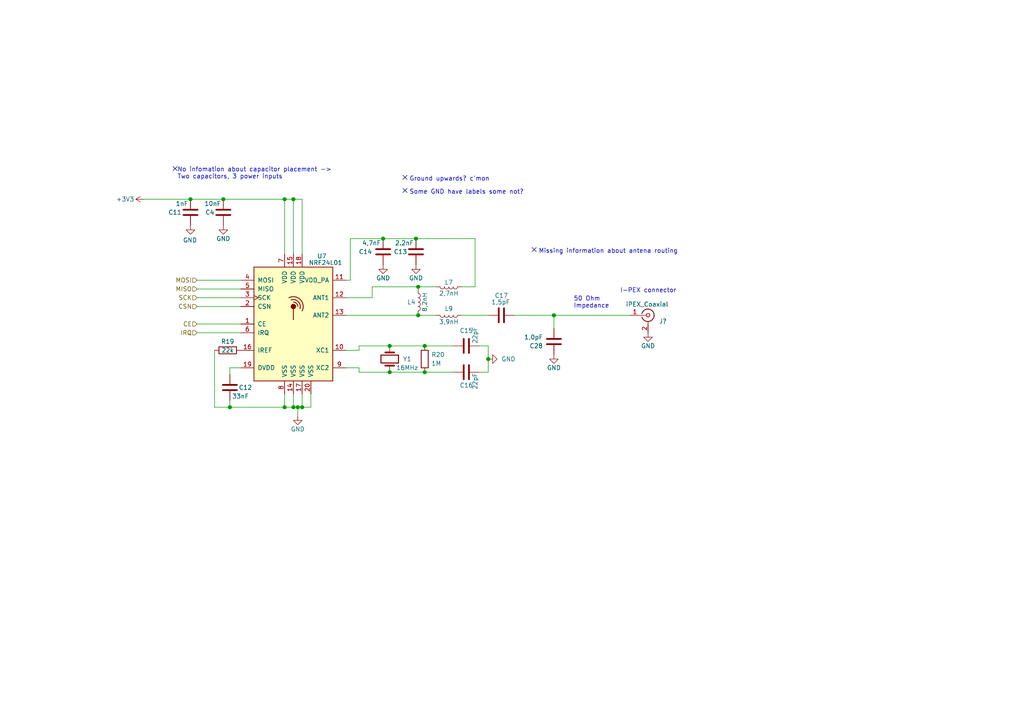
<source format=kicad_sch>
(kicad_sch (version 20210621) (generator eeschema)
  (paper "A4")
  (lib_symbols
    (symbol "Connector:Conn_Coaxial" (pin_names (offset 1.016) hide)
      (property "Reference" "J" (at 0.254 3.048 0))
      (property "Value" "Conn_Coaxial" (at 2.921 0 90))
      (symbol "Conn_Coaxial_0_1"
        (arc (start -1.778 0.508) (end 1.778 0) (radius (at -0.0508 0) (length 1.8034) (angles 163.6 0)) (stroke (width 0.254)))
        (arc (start 1.778 0) (end -1.778 -0.508) (radius (at -0.0254 0) (length 1.8034) (angles 0 -163.8)) (stroke (width 0.254)))
        (circle (center 0 0) (radius 0.508) (stroke (width 0.2032)))
        (polyline (pts (xy -2.54 0) (xy -0.508 0)))
        (polyline (pts (xy 0 -2.54) (xy 0 -1.778)))
      )
      (symbol "Conn_Coaxial_1_1"
        (pin passive line (at -5.08 0 0) (length 2.54) (name "In") (number "1"))
        (pin passive line (at 0 -5.08 90) (length 2.54) (name "Ext") (number "2"))
      )
    )
    (symbol "Device:C" (pin_numbers hide) (pin_names (offset 0.254))
      (property "Reference" "C" (at 0.635 2.54 0))
      (property "Value" "C" (at 0.635 -2.54 0))
      (symbol "C_0_1"
        (polyline (pts (xy -2.032 -0.762) (xy 2.032 -0.762)) (stroke (width 0.508)))
        (polyline (pts (xy -2.032 0.762) (xy 2.032 0.762)) (stroke (width 0.508)))
      )
      (symbol "C_1_1"
        (pin passive line (at 0 3.81 270) (length 2.794) (name "~") (number "1"))
        (pin passive line (at 0 -3.81 90) (length 2.794) (name "~") (number "2"))
      )
    )
    (symbol "Device:Crystal" (pin_numbers hide) (pin_names (offset 1.016) hide)
      (property "Reference" "Y" (at 0 3.81 0))
      (property "Value" "Crystal" (at 0 -3.81 0))
      (symbol "Crystal_0_1"
        (rectangle (start -1.143 2.54) (end 1.143 -2.54) (stroke (width 0.3048)))
        (polyline (pts (xy -2.54 0) (xy -1.905 0)))
        (polyline (pts (xy -1.905 -1.27) (xy -1.905 1.27)) (stroke (width 0.508)))
        (polyline (pts (xy 1.905 -1.27) (xy 1.905 1.27)) (stroke (width 0.508)))
        (polyline (pts (xy 2.54 0) (xy 1.905 0)))
      )
      (symbol "Crystal_1_1"
        (pin passive line (at -3.81 0 0) (length 1.27) (name "1") (number "1"))
        (pin passive line (at 3.81 0 180) (length 1.27) (name "2") (number "2"))
      )
    )
    (symbol "Device:L" (pin_numbers hide) (pin_names (offset 1.016) hide)
      (property "Reference" "L" (at -1.27 0 90))
      (property "Value" "L" (at 1.905 0 90))
      (symbol "L_0_1"
        (arc (start 0 -2.54) (end 0 -1.27) (radius (at 0 -1.905) (length 0.635) (angles -89.9 89.9)))
        (arc (start 0 -1.27) (end 0 0) (radius (at 0 -0.635) (length 0.635) (angles -89.9 89.9)))
        (arc (start 0 0) (end 0 1.27) (radius (at 0 0.635) (length 0.635) (angles -89.9 89.9)))
        (arc (start 0 1.27) (end 0 2.54) (radius (at 0 1.905) (length 0.635) (angles -89.9 89.9)))
      )
      (symbol "L_1_1"
        (pin passive line (at 0 3.81 270) (length 1.27) (name "1") (number "1"))
        (pin passive line (at 0 -3.81 90) (length 1.27) (name "2") (number "2"))
      )
    )
    (symbol "Device:R" (pin_numbers hide) (pin_names (offset 0))
      (property "Reference" "R" (at 2.032 0 90))
      (property "Value" "R" (at 0 0 90))
      (symbol "R_0_1"
        (rectangle (start -1.016 -2.54) (end 1.016 2.54) (stroke (width 0.254)))
      )
      (symbol "R_1_1"
        (pin passive line (at 0 3.81 270) (length 1.27) (name "~") (number "1"))
        (pin passive line (at 0 -3.81 90) (length 1.27) (name "~") (number "2"))
      )
    )
    (symbol "RF:NRF24L01" (pin_names (offset 1.016))
      (property "Reference" "U" (at -11.43 17.78 0))
      (property "Value" "NRF24L01" (at 5.08 17.78 0))
      (symbol "NRF24L01_0_1"
        (arc (start -1.27 7.62) (end 2.54 3.81) (radius (at 0 5.08) (length 2.8448) (angles 116.6 -26.6)) (stroke (width 0.254)))
        (arc (start 0 6.35) (end 1.27 5.08) (radius (at 0 5.1054) (length 1.2446) (angles 90 -1.1)) (stroke (width 0.254)))
        (arc (start -0.635 6.985) (end 1.905 4.445) (radius (at 0 5.1054) (length 1.9812) (angles 108.7 -19.1)) (stroke (width 0.254)))
        (circle (center 0 5.08) (radius 0.635) (stroke (width 0.254)) (fill (type outline)))
        (rectangle (start 11.43 -13.97) (end 11.43 -13.97))
        (rectangle (start -11.43 16.51) (end 11.43 -16.51) (stroke (width 0.254)) (fill (type background)))
        (polyline (pts (xy 0 4.445) (xy 0 1.27)) (stroke (width 0.254)))
      )
      (symbol "NRF24L01_1_1"
        (pin input line (at -15.24 0 0) (length 3.81) (name "CE") (number "1"))
        (pin passive line (at 15.24 -7.62 180) (length 3.81) (name "XC1") (number "10"))
        (pin power_out line (at 15.24 12.7 180) (length 3.81) (name "VDD_PA") (number "11"))
        (pin passive line (at 15.24 7.62 180) (length 3.81) (name "ANT1") (number "12"))
        (pin passive line (at 15.24 2.54 180) (length 3.81) (name "ANT2") (number "13"))
        (pin power_in line (at 0 -20.32 90) (length 3.81) (name "VSS") (number "14"))
        (pin power_in line (at 0 20.32 270) (length 3.81) (name "VDD") (number "15"))
        (pin passive line (at -15.24 -7.62 0) (length 3.81) (name "IREF") (number "16"))
        (pin power_in line (at 2.54 -20.32 90) (length 3.81) (name "VSS") (number "17"))
        (pin power_in line (at 2.54 20.32 270) (length 3.81) (name "VDD") (number "18"))
        (pin power_out line (at -15.24 -12.7 0) (length 3.81) (name "DVDD") (number "19"))
        (pin input line (at -15.24 5.08 0) (length 3.81) (name "CSN") (number "2"))
        (pin power_in line (at 5.08 -20.32 90) (length 3.81) (name "VSS") (number "20"))
        (pin input clock (at -15.24 7.62 0) (length 3.81) (name "SCK") (number "3"))
        (pin input line (at -15.24 12.7 0) (length 3.81) (name "MOSI") (number "4"))
        (pin output line (at -15.24 10.16 0) (length 3.81) (name "MISO") (number "5"))
        (pin output line (at -15.24 -2.54 0) (length 3.81) (name "IRQ") (number "6"))
        (pin power_in line (at -2.54 20.32 270) (length 3.81) (name "VDD") (number "7"))
        (pin power_in line (at -2.54 -20.32 90) (length 3.81) (name "VSS") (number "8"))
        (pin passive line (at 15.24 -12.7 180) (length 3.81) (name "XC2") (number "9"))
      )
    )
    (symbol "power:+3V3" (power) (pin_names (offset 0))
      (property "Value" "+3V3" (at 0 3.556 0))
      (symbol "+3V3_0_1"
        (polyline (pts (xy -0.762 1.27) (xy 0 2.54)))
        (polyline (pts (xy 0 0) (xy 0 2.54)))
        (polyline (pts (xy 0 2.54) (xy 0.762 1.27)))
      )
      (symbol "+3V3_1_1"
        (pin power_in line (at 0 0 90) (length 0) hide (name "+3V3") (number "1"))
      )
    )
    (symbol "power:GND" (power) (pin_names (offset 0))
      (property "Value" "GND" (at 0 -3.81 0))
      (symbol "GND_0_1"
        (polyline (pts (xy 0 0) (xy 0 -1.27) (xy 1.27 -1.27) (xy 0 -2.54) (xy -1.27 -1.27) (xy 0 -1.27)))
      )
      (symbol "GND_1_1"
        (pin power_in line (at 0 0 270) (length 0) hide (name "GND") (number "1"))
      )
    )
  )
  (junction (at 55.245 57.785) (diameter 1.016))
  (junction (at 64.77 57.785) (diameter 1.016))
  (junction (at 66.675 118.11) (diameter 1.016))
  (junction (at 82.55 57.785) (diameter 1.016))
  (junction (at 82.55 118.11) (diameter 1.016))
  (junction (at 85.09 57.785) (diameter 1.016))
  (junction (at 85.09 118.11) (diameter 1.016))
  (junction (at 86.36 118.11) (diameter 1.016))
  (junction (at 87.63 118.11) (diameter 1.016))
  (junction (at 111.125 69.215) (diameter 1.016))
  (junction (at 113.03 100.33) (diameter 1.016))
  (junction (at 113.03 107.95) (diameter 1.016))
  (junction (at 120.65 69.215) (diameter 1.016))
  (junction (at 121.285 83.185) (diameter 1.016))
  (junction (at 121.285 91.44) (diameter 1.016))
  (junction (at 123.19 100.33) (diameter 1.016))
  (junction (at 123.19 107.95) (diameter 1.016))
  (junction (at 141.605 104.14) (diameter 1.016))
  (junction (at 160.655 91.44) (diameter 1.016))
  (no_connect (at 50.8 48.895))
  (no_connect (at 117.475 51.435))
  (no_connect (at 117.475 55.245))
  (no_connect (at 154.94 72.39))
  (wire (pts (xy 41.91 57.785) (xy 55.245 57.785)))
  (wire (pts (xy 55.245 57.785) (xy 64.77 57.785)))
  (wire (pts (xy 57.15 81.28) (xy 69.85 81.28)))
  (wire (pts (xy 57.15 83.82) (xy 69.85 83.82)))
  (wire (pts (xy 57.15 86.36) (xy 69.85 86.36)))
  (wire (pts (xy 57.15 88.9) (xy 69.85 88.9)))
  (wire (pts (xy 57.15 93.98) (xy 69.85 93.98)))
  (wire (pts (xy 57.15 96.52) (xy 69.85 96.52)))
  (wire (pts (xy 62.23 118.11) (xy 62.23 101.6)))
  (wire (pts (xy 64.77 57.785) (xy 82.55 57.785)))
  (wire (pts (xy 66.675 106.68) (xy 69.85 106.68)))
  (wire (pts (xy 66.675 108.585) (xy 66.675 106.68)))
  (wire (pts (xy 66.675 116.205) (xy 66.675 118.11)))
  (wire (pts (xy 66.675 118.11) (xy 62.23 118.11)))
  (wire (pts (xy 66.675 118.11) (xy 82.55 118.11)))
  (wire (pts (xy 82.55 57.785) (xy 82.55 73.66)))
  (wire (pts (xy 82.55 57.785) (xy 85.09 57.785)))
  (wire (pts (xy 82.55 114.3) (xy 82.55 118.11)))
  (wire (pts (xy 82.55 118.11) (xy 85.09 118.11)))
  (wire (pts (xy 85.09 57.785) (xy 85.09 73.66)))
  (wire (pts (xy 85.09 57.785) (xy 87.63 57.785)))
  (wire (pts (xy 85.09 114.3) (xy 85.09 118.11)))
  (wire (pts (xy 85.09 118.11) (xy 86.36 118.11)))
  (wire (pts (xy 86.36 118.11) (xy 87.63 118.11)))
  (wire (pts (xy 86.36 120.65) (xy 86.36 118.11)))
  (wire (pts (xy 87.63 57.785) (xy 87.63 73.66)))
  (wire (pts (xy 87.63 114.3) (xy 87.63 118.11)))
  (wire (pts (xy 87.63 118.11) (xy 90.17 118.11)))
  (wire (pts (xy 90.17 118.11) (xy 90.17 114.3)))
  (wire (pts (xy 100.33 81.28) (xy 101.6 81.28)))
  (wire (pts (xy 100.33 86.36) (xy 107.95 86.36)))
  (wire (pts (xy 100.33 91.44) (xy 121.285 91.44)))
  (wire (pts (xy 101.6 69.215) (xy 101.6 81.28)))
  (wire (pts (xy 104.14 100.33) (xy 104.14 101.6)))
  (wire (pts (xy 104.14 100.33) (xy 113.03 100.33)))
  (wire (pts (xy 104.14 101.6) (xy 100.33 101.6)))
  (wire (pts (xy 104.14 106.68) (xy 100.33 106.68)))
  (wire (pts (xy 104.14 107.95) (xy 104.14 106.68)))
  (wire (pts (xy 104.14 107.95) (xy 113.03 107.95)))
  (wire (pts (xy 107.95 83.185) (xy 121.285 83.185)))
  (wire (pts (xy 107.95 86.36) (xy 107.95 83.185)))
  (wire (pts (xy 111.125 69.215) (xy 101.6 69.215)))
  (wire (pts (xy 120.65 69.215) (xy 111.125 69.215)))
  (wire (pts (xy 121.285 83.185) (xy 121.285 83.82)))
  (wire (pts (xy 121.285 91.44) (xy 126.365 91.44)))
  (wire (pts (xy 123.19 100.33) (xy 113.03 100.33)))
  (wire (pts (xy 123.19 100.33) (xy 131.445 100.33)))
  (wire (pts (xy 123.19 107.95) (xy 113.03 107.95)))
  (wire (pts (xy 123.19 107.95) (xy 131.445 107.95)))
  (wire (pts (xy 126.365 83.185) (xy 121.285 83.185)))
  (wire (pts (xy 133.985 83.185) (xy 137.795 83.185)))
  (wire (pts (xy 133.985 91.44) (xy 141.605 91.44)))
  (wire (pts (xy 137.795 69.215) (xy 120.65 69.215)))
  (wire (pts (xy 137.795 69.215) (xy 137.795 83.185)))
  (wire (pts (xy 139.065 100.33) (xy 141.605 100.33)))
  (wire (pts (xy 141.605 100.33) (xy 141.605 104.14)))
  (wire (pts (xy 141.605 104.14) (xy 141.605 107.95)))
  (wire (pts (xy 141.605 107.95) (xy 139.065 107.95)))
  (wire (pts (xy 149.225 91.44) (xy 160.655 91.44)))
  (wire (pts (xy 160.655 91.44) (xy 160.655 95.25)))
  (wire (pts (xy 160.655 91.44) (xy 182.88 91.44)))
  (text "No infomation about capacitor placement ->\nTwo capacitors, 3 power inputs\n" (at 51.435 52.07 0) (effects (font (size 1.27 1.27)) (justify left bottom)))
  (text "Ground upwards? c'mon" (at 118.745 52.705 0) (effects (font (size 1.27 1.27)) (justify left bottom)))
  (text "Some GND have labels some not?" (at 118.745 56.515 0) (effects (font (size 1.27 1.27)) (justify left bottom)))
  (text "Missing information about antena routing" (at 156.21 73.66 0) (effects (font (size 1.27 1.27)) (justify left bottom)))
  (text "50 Ohm\nImpedance" (at 166.37 89.535 0) (effects (font (size 1.27 1.27)) (justify left bottom)))
  (text "I-PEX connector\n" (at 196.215 85.09 180) (effects (font (size 1.27 1.27)) (justify right bottom)))
  (hierarchical_label "MOSI" (shape input) (at 57.15 81.28 180))
  (hierarchical_label "MISO" (shape input) (at 57.15 83.82 180))
  (hierarchical_label "SCK" (shape input) (at 57.15 86.36 180))
  (hierarchical_label "CSN" (shape input) (at 57.15 88.9 180))
  (hierarchical_label "CE" (shape input) (at 57.15 93.98 180))
  (hierarchical_label "IRQ" (shape input) (at 57.15 96.52 180))
  (symbol (lib_id "power:+3V3") (at 41.91 57.785 90) (unit 1)
    (property "Reference" "#PWR0153" (effects hide))
    (property "Value" "+3V3" (at 33.655 57.7849 90) (effects (justify right)))
  )
  (symbol (lib_id "power:GND") (at 55.245 65.405 0) (unit 1)
    (property "Reference" "#PWR0154" (effects hide))
    (property "Value" "GND" (at 57.15 69.6596 0) (effects (justify right)))
  )
  (symbol (lib_id "power:GND") (at 64.77 65.405 0) (unit 1)
    (property "Reference" "#PWR0110" (effects hide))
    (property "Value" "GND" (at 64.77 69.215 0))
  )
  (symbol (lib_id "power:GND") (at 86.36 120.65 0) (unit 1)
    (property "Reference" "#PWR0109" (effects hide))
    (property "Value" "GND" (at 86.36 124.46 0))
  )
  (symbol (lib_id "power:GND") (at 111.125 76.835 0) (unit 1)
    (property "Reference" "#PWR0155" (effects hide))
    (property "Value" "GND" (at 111.125 80.645 0))
  )
  (symbol (lib_id "power:GND") (at 120.65 76.835 0) (unit 1)
    (property "Reference" "#PWR0115" (effects hide))
    (property "Value" "GND" (at 120.65 80.645 0))
  )
  (symbol (lib_id "power:GND") (at 141.605 104.14 90) (unit 1)
    (property "Reference" "#PWR0113" (effects hide))
    (property "Value" "GND" (at 145.415 104.1399 90) (effects (justify right)))
  )
  (symbol (lib_id "power:GND") (at 160.655 102.87 0) (unit 1)
    (property "Reference" "#PWR0156" (effects hide))
    (property "Value" "GND" (at 160.655 106.68 0))
  )
  (symbol (lib_id "power:GND") (at 187.96 96.52 0) (unit 1)
    (property "Reference" "#PWR?" (effects hide))
    (property "Value" "~" (at 187.96 100.33 0))
  )
  (symbol (lib_id "Device:L") (at 121.285 87.63 0) (unit 1)
    (property "Reference" "L4" (at 118.11 87.6299 0) (effects (justify left)))
    (property "Value" "8,2nH" (at 123.19 87.63 90))
  )
  (symbol (lib_id "Device:L") (at 130.175 83.185 270) (unit 1)
    (property "Reference" "L7" (at 130.175 81.915 90))
    (property "Value" "2,7nH" (at 130.175 85.09 90))
  )
  (symbol (lib_id "Device:L") (at 130.175 91.44 270) (unit 1)
    (property "Reference" "L9" (at 130.175 89.535 90))
    (property "Value" "3,9nH" (at 130.175 93.345 90))
  )
  (symbol (lib_id "Device:R") (at 66.04 101.6 90) (unit 1)
    (property "Reference" "R19" (at 66.04 99.06 90))
    (property "Value" "22k" (at 66.04 101.6 90))
    (property "Footprint" "Resistor_SMD:R_0603_1608Metric" (effects hide))
  )
  (symbol (lib_id "Device:R") (at 123.19 104.14 0) (unit 1)
    (property "Reference" "R20" (at 125.095 102.8699 0) (effects (justify left)))
    (property "Value" "1M" (at 125.095 105.4099 0) (effects (justify left)))
    (property "Footprint" "Resistor_SMD:R_0603_1608Metric" (effects hide))
  )
  (symbol (lib_id "Device:C") (at 55.245 61.595 180) (unit 1)
    (property "Reference" "C11" (at 52.705 61.5951 0) (effects (justify left)))
    (property "Value" "1nF" (at 54.61 59.055 0) (effects (justify left)))
    (property "Footprint" "Capacitor_SMD:C_0603_1608Metric" (effects hide))
  )
  (symbol (lib_id "Device:C") (at 64.77 61.595 180) (unit 1)
    (property "Reference" "C4" (at 62.23 61.5951 0) (effects (justify left)))
    (property "Value" "10nF" (at 64.135 59.055 0) (effects (justify left)))
    (property "Footprint" "Capacitor_SMD:C_0603_1608Metric" (effects hide))
  )
  (symbol (lib_id "Device:C") (at 66.675 112.395 0) (unit 1)
    (property "Reference" "C12" (at 69.215 112.3949 0) (effects (justify left)))
    (property "Value" "33nF" (at 67.31 114.935 0) (effects (justify left)))
    (property "Footprint" "Capacitor_SMD:C_0603_1608Metric" (effects hide))
  )
  (symbol (lib_id "Device:C") (at 111.125 73.025 180) (unit 1)
    (property "Reference" "C14" (at 107.95 73.0251 0) (effects (justify left)))
    (property "Value" "4,7nF" (at 110.49 70.485 0) (effects (justify left)))
    (property "Footprint" "Capacitor_SMD:C_0603_1608Metric" (effects hide))
  )
  (symbol (lib_id "Device:C") (at 120.65 73.025 180) (unit 1)
    (property "Reference" "C13" (at 118.11 73.0251 0) (effects (justify left)))
    (property "Value" "2.2nF" (at 120.015 70.485 0) (effects (justify left)))
    (property "Footprint" "Capacitor_SMD:C_0603_1608Metric" (effects hide))
  )
  (symbol (lib_id "Device:C") (at 135.255 100.33 90) (unit 1)
    (property "Reference" "C15" (at 135.255 95.885 90))
    (property "Value" "22pF" (at 137.795 99.695 0) (effects (justify left)))
    (property "Footprint" "Capacitor_SMD:C_0603_1608Metric" (effects hide))
  )
  (symbol (lib_id "Device:C") (at 135.255 107.95 90) (unit 1)
    (property "Reference" "C16" (at 135.255 111.76 90))
    (property "Value" "22pF" (at 137.795 113.03 0) (effects (justify left)))
    (property "Footprint" "Capacitor_SMD:C_0603_1608Metric" (effects hide))
  )
  (symbol (lib_id "Device:C") (at 145.415 91.44 90) (unit 1)
    (property "Reference" "C17" (at 145.415 85.725 90))
    (property "Value" "1,5pF" (at 147.955 87.63 90) (effects (justify left)))
    (property "Footprint" "Capacitor_SMD:C_0603_1608Metric" (effects hide))
  )
  (symbol (lib_id "Device:C") (at 160.655 99.06 0) (unit 1)
    (property "Reference" "C28" (at 157.48 100.3301 0) (effects (justify right)))
    (property "Value" "1,0pF" (at 157.48 97.7901 0) (effects (justify right)))
    (property "Footprint" "Capacitor_SMD:C_0603_1608Metric" (effects hide))
  )
  (symbol (lib_id "Device:Crystal") (at 113.03 104.14 90) (unit 1)
    (property "Reference" "Y1" (at 116.84 104.1399 90) (effects (justify right)))
    (property "Value" "16MHz" (at 118.11 106.68 90))
  )
  (symbol (lib_id "Connector:Conn_Coaxial") (at 187.96 91.44 0) (unit 1)
    (property "Reference" "J?" (at 191.135 93.2054 0) (effects (justify left)))
    (property "Value" "iPEX_Coaxial" (at 187.706 88.265 0))
    (property "Datasheet" " ~" (effects hide))
  )
  (symbol (lib_id "RF:NRF24L01") (at 85.09 93.98 0) (unit 1)
    (property "Reference" "U7" (at 93.345 74.295 0))
    (property "Value" "NRF24L01" (at 89.535 76.2 0) (effects (justify left)))
    (property "Footprint" "Package_DFN_QFN:QFN-20-1EP_4x4mm_P0.5mm_EP2.5x2.5mm" (effects hide))
    (property "Datasheet" "http://www.nordicsemi.com/eng/content/download/2730/34105/file/nRF24L01_Product_Specification_v2_0.pdf" (effects hide))
  )
)
</source>
